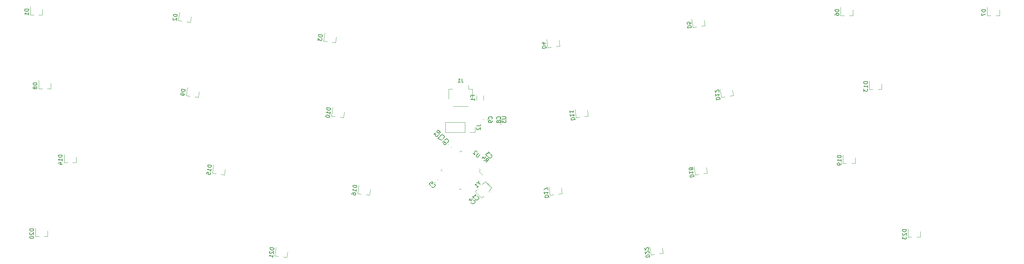
<source format=gbr>
%TF.GenerationSoftware,KiCad,Pcbnew,(5.1.8)-1*%
%TF.CreationDate,2021-05-05T18:46:58+02:00*%
%TF.ProjectId,Annelise,416e6e65-6c69-4736-952e-6b696361645f,rev?*%
%TF.SameCoordinates,Original*%
%TF.FileFunction,Legend,Bot*%
%TF.FilePolarity,Positive*%
%FSLAX46Y46*%
G04 Gerber Fmt 4.6, Leading zero omitted, Abs format (unit mm)*
G04 Created by KiCad (PCBNEW (5.1.8)-1) date 2021-05-05 18:46:58*
%MOMM*%
%LPD*%
G01*
G04 APERTURE LIST*
%ADD10C,0.120000*%
%ADD11C,0.150000*%
G04 APERTURE END LIST*
D10*
%TO.C,Y1*%
X170902324Y-130510267D02*
X171185167Y-130793110D01*
X170760903Y-130651688D02*
X171043745Y-130934531D01*
X168215318Y-133197273D02*
X168498161Y-133480115D01*
X169488110Y-129096053D02*
X170902324Y-130510267D01*
X170336639Y-131641638D02*
X170619481Y-131924480D01*
X170336639Y-131641638D02*
X171043745Y-130934531D01*
X170760903Y-130651688D02*
X169346689Y-129237475D01*
X169346689Y-129237475D02*
X168639582Y-129944581D01*
X167366790Y-131217374D02*
X166801105Y-131783059D01*
X166801105Y-131783059D02*
X168215318Y-133197273D01*
X168498161Y-133480115D02*
X169063846Y-132914430D01*
%TO.C,U3*%
X170292425Y-112273795D02*
X170292425Y-113733795D01*
X173452425Y-112273795D02*
X173452425Y-114433795D01*
X173452425Y-112273795D02*
X172522425Y-112273795D01*
X170292425Y-112273795D02*
X171222425Y-112273795D01*
%TO.C,U2*%
X167809538Y-126501993D02*
X168721706Y-127414161D01*
X168127736Y-126183795D02*
X167809538Y-126501993D01*
X167809538Y-125865597D02*
X168127736Y-126183795D01*
X163022425Y-121078484D02*
X162704227Y-121396682D01*
X163340623Y-121396682D02*
X163022425Y-121078484D01*
X163022425Y-131289106D02*
X163340623Y-130970908D01*
X162704227Y-130970908D02*
X163022425Y-131289106D01*
X157917114Y-126183795D02*
X158235312Y-125865597D01*
X158235312Y-126501993D02*
X157917114Y-126183795D01*
%TO.C,R4*%
X170649122Y-121771565D02*
X170984655Y-122107098D01*
X169910195Y-122510492D02*
X170245728Y-122846025D01*
%TO.C,R3*%
X158584655Y-117885492D02*
X158249122Y-118221025D01*
X157845728Y-117146565D02*
X157510195Y-117482098D01*
%TO.C,J2*%
X166777425Y-116363795D02*
X166777425Y-115033795D01*
X165447425Y-116363795D02*
X166777425Y-116363795D01*
X164177425Y-116363795D02*
X164177425Y-113703795D01*
X164177425Y-113703795D02*
X159037425Y-113703795D01*
X164177425Y-116363795D02*
X159037425Y-116363795D01*
X159037425Y-116363795D02*
X159037425Y-113703795D01*
%TO.C,J1*%
X164962425Y-109568795D02*
X161082425Y-109568795D01*
X159912425Y-105098795D02*
X160962425Y-105098795D01*
X159912425Y-107598795D02*
X159912425Y-105098795D01*
X165082425Y-105098795D02*
X165082425Y-104108795D01*
X166132425Y-105098795D02*
X165082425Y-105098795D01*
X166132425Y-107598795D02*
X166132425Y-105098795D01*
%TO.C,F1*%
X168982425Y-106781731D02*
X168982425Y-107985859D01*
X167162425Y-106781731D02*
X167162425Y-107985859D01*
%TO.C,D23*%
X282495227Y-143640312D02*
X282495227Y-142180312D01*
X279335227Y-143640312D02*
X279335227Y-141480312D01*
X279335227Y-143640312D02*
X280265227Y-143640312D01*
X282495227Y-143640312D02*
X281565227Y-143640312D01*
%TO.C,D22*%
X215630382Y-147820376D02*
X215427189Y-146374585D01*
X212501135Y-148260163D02*
X212200521Y-146121184D01*
X212501135Y-148260163D02*
X213422084Y-148130732D01*
X215630382Y-147820376D02*
X214709433Y-147949807D01*
%TO.C,D21*%
X117870070Y-148939182D02*
X118073263Y-147493391D01*
X114740823Y-148499395D02*
X115041437Y-146360416D01*
X114740823Y-148499395D02*
X115661772Y-148628826D01*
X117870070Y-148939182D02*
X116949121Y-148809751D01*
%TO.C,D20*%
X55707228Y-143488505D02*
X55707228Y-142028505D01*
X52547228Y-143488505D02*
X52547228Y-141328505D01*
X52547228Y-143488505D02*
X53477228Y-143488505D01*
X55707228Y-143488505D02*
X54777228Y-143488505D01*
%TO.C,D19*%
X265542727Y-124400763D02*
X265542727Y-122940763D01*
X262382727Y-124400763D02*
X262382727Y-122240763D01*
X262382727Y-124400763D02*
X263312727Y-124400763D01*
X265542727Y-124400763D02*
X264612727Y-124400763D01*
%TO.C,D18*%
X227127590Y-126967333D02*
X226924397Y-125521542D01*
X223998343Y-127407120D02*
X223697729Y-125268141D01*
X223998343Y-127407120D02*
X224919292Y-127277689D01*
X227127590Y-126967333D02*
X226206641Y-127096764D01*
%TO.C,D17*%
X189398376Y-132269828D02*
X189195183Y-130824037D01*
X186269129Y-132709615D02*
X185968515Y-130570636D01*
X186269129Y-132709615D02*
X187190078Y-132580184D01*
X189398376Y-132269828D02*
X188477427Y-132399259D01*
%TO.C,D16*%
X139385923Y-132725823D02*
X139589116Y-131280032D01*
X136256676Y-132286036D02*
X136557290Y-130147057D01*
X136256676Y-132286036D02*
X137177625Y-132415467D01*
X139385923Y-132725823D02*
X138464974Y-132596392D01*
%TO.C,D15*%
X101656711Y-127423328D02*
X101859904Y-125977537D01*
X98527464Y-126983541D02*
X98828078Y-124844562D01*
X98527464Y-126983541D02*
X99448413Y-127112972D01*
X101656711Y-127423328D02*
X100735762Y-127293897D01*
%TO.C,D14*%
X63136728Y-124248952D02*
X63136728Y-122788952D01*
X59976728Y-124248952D02*
X59976728Y-122088952D01*
X59976728Y-124248952D02*
X60906728Y-124248952D01*
X63136728Y-124248952D02*
X62206728Y-124248952D01*
%TO.C,D13*%
X272400226Y-105159964D02*
X272400226Y-103699964D01*
X269240226Y-105159964D02*
X269240226Y-102999964D01*
X269240226Y-105159964D02*
X270170226Y-105159964D01*
X272400226Y-105159964D02*
X271470226Y-105159964D01*
%TO.C,D12*%
X233908646Y-106777103D02*
X233705453Y-105331312D01*
X230779399Y-107216890D02*
X230478785Y-105077911D01*
X230779399Y-107216890D02*
X231700348Y-107087459D01*
X233908646Y-106777103D02*
X232987697Y-106906534D01*
%TO.C,D11*%
X196179432Y-112079598D02*
X195976239Y-110633807D01*
X193050185Y-112519385D02*
X192749571Y-110380406D01*
X193050185Y-112519385D02*
X193971134Y-112389954D01*
X196179432Y-112079598D02*
X195258483Y-112209029D01*
%TO.C,D10*%
X132604869Y-112535593D02*
X132808062Y-111089802D01*
X129475622Y-112095806D02*
X129776236Y-109956827D01*
X129475622Y-112095806D02*
X130396571Y-112225237D01*
X132604869Y-112535593D02*
X131683920Y-112406162D01*
%TO.C,D9*%
X94875655Y-107233097D02*
X95078848Y-105787306D01*
X91746408Y-106793310D02*
X92047022Y-104654331D01*
X91746408Y-106793310D02*
X92667357Y-106922741D01*
X94875655Y-107233097D02*
X93954706Y-107103666D01*
%TO.C,D8*%
X56564229Y-105008155D02*
X56564229Y-103548155D01*
X53404229Y-105008155D02*
X53404229Y-102848155D01*
X53404229Y-105008155D02*
X54334229Y-105008155D01*
X56564229Y-105008155D02*
X55634229Y-105008155D01*
%TO.C,D7*%
X303071977Y-85919065D02*
X303071977Y-84459065D01*
X299911977Y-85919065D02*
X299911977Y-83759065D01*
X299911977Y-85919065D02*
X300841977Y-85919065D01*
X303071977Y-85919065D02*
X302141977Y-85919065D01*
%TO.C,D6*%
X264971977Y-85919065D02*
X264971977Y-84459065D01*
X261811977Y-85919065D02*
X261811977Y-83759065D01*
X261811977Y-85919065D02*
X262741977Y-85919065D01*
X264971977Y-85919065D02*
X264041977Y-85919065D01*
%TO.C,D5*%
X226541247Y-88575308D02*
X226338054Y-87129517D01*
X223412000Y-89015095D02*
X223111386Y-86876116D01*
X223412000Y-89015095D02*
X224332949Y-88885664D01*
X226541247Y-88575308D02*
X225620298Y-88704739D01*
%TO.C,D4*%
X188812033Y-93877804D02*
X188608840Y-92432013D01*
X185682786Y-94317591D02*
X185382172Y-92178612D01*
X185682786Y-94317591D02*
X186603735Y-94188160D01*
X188812033Y-93877804D02*
X187891084Y-94007235D01*
%TO.C,D3*%
X130539965Y-93008174D02*
X130743158Y-91562383D01*
X127410718Y-92568387D02*
X127711332Y-90429408D01*
X127410718Y-92568387D02*
X128331667Y-92697818D01*
X130539965Y-93008174D02*
X129619016Y-92878743D01*
%TO.C,D2*%
X92810751Y-87705679D02*
X93013944Y-86259888D01*
X89681504Y-87265892D02*
X89982118Y-85126913D01*
X89681504Y-87265892D02*
X90602453Y-87395323D01*
X92810751Y-87705679D02*
X91889802Y-87576248D01*
%TO.C,D1*%
X54373978Y-85767955D02*
X54373978Y-84307955D01*
X51213978Y-85767955D02*
X51213978Y-83607955D01*
X51213978Y-85767955D02*
X52143978Y-85767955D01*
X54373978Y-85767955D02*
X53443978Y-85767955D01*
%TO.C,C9*%
X168862425Y-113174375D02*
X168862425Y-112893215D01*
X169882425Y-113174375D02*
X169882425Y-112893215D01*
%TO.C,C8*%
X174882425Y-112893215D02*
X174882425Y-113174375D01*
X173862425Y-112893215D02*
X173862425Y-113174375D01*
%TO.C,C7*%
X159582455Y-119020014D02*
X159383644Y-119218825D01*
X158861206Y-118298765D02*
X158662395Y-118497576D01*
%TO.C,C6*%
X160657455Y-120095014D02*
X160458644Y-120293825D01*
X159936206Y-119373765D02*
X159737395Y-119572576D01*
%TO.C,C5*%
X156933644Y-128548765D02*
X157132455Y-128747576D01*
X156212395Y-129270014D02*
X156411206Y-129468825D01*
%TO.C,C4*%
X167308644Y-132773765D02*
X167507455Y-132972576D01*
X166587395Y-133495014D02*
X166786206Y-133693825D01*
%TO.C,C3*%
X169111206Y-123843825D02*
X168912395Y-123645014D01*
X169832455Y-123122576D02*
X169633644Y-122923765D01*
%TO.C,C1*%
X165711206Y-134768825D02*
X165512395Y-134570014D01*
X166432455Y-134047576D02*
X166233644Y-133848765D01*
%TO.C,Y1*%
D11*
X167828092Y-129591027D02*
X168164810Y-129927745D01*
X167693405Y-128984936D02*
X167828092Y-129591027D01*
X167222001Y-129456340D01*
X167323016Y-130769538D02*
X167727077Y-130365477D01*
X167525046Y-130567508D02*
X166817940Y-129860401D01*
X166986298Y-129894073D01*
X167120985Y-129894073D01*
X167222001Y-129860401D01*
%TO.C,U3*%
X173824805Y-112271890D02*
X174634329Y-112271890D01*
X174729567Y-112319509D01*
X174777186Y-112367128D01*
X174824805Y-112462366D01*
X174824805Y-112652842D01*
X174777186Y-112748080D01*
X174729567Y-112795699D01*
X174634329Y-112843318D01*
X173824805Y-112843318D01*
X173824805Y-113224271D02*
X173824805Y-113843318D01*
X174205758Y-113509985D01*
X174205758Y-113652842D01*
X174253377Y-113748080D01*
X174300996Y-113795699D01*
X174396234Y-113843318D01*
X174634329Y-113843318D01*
X174729567Y-113795699D01*
X174777186Y-113748080D01*
X174824805Y-113652842D01*
X174824805Y-113367128D01*
X174777186Y-113271890D01*
X174729567Y-113224271D01*
%TO.C,U2*%
X168084973Y-122198742D02*
X167512553Y-122771162D01*
X167411538Y-122804834D01*
X167344194Y-122804834D01*
X167243179Y-122771162D01*
X167108492Y-122636475D01*
X167074820Y-122535460D01*
X167074820Y-122468116D01*
X167108492Y-122367101D01*
X167680912Y-121794681D01*
X167310522Y-121558979D02*
X167310522Y-121491636D01*
X167276851Y-121390620D01*
X167108492Y-121222262D01*
X167007477Y-121188590D01*
X166940133Y-121188590D01*
X166839118Y-121222262D01*
X166771774Y-121289605D01*
X166704431Y-121424292D01*
X166704431Y-122232414D01*
X166266698Y-121794681D01*
%TO.C,R4*%
X169234231Y-123757690D02*
X169806651Y-123656675D01*
X169638292Y-124161751D02*
X170345399Y-123454645D01*
X170076025Y-123185270D01*
X169975010Y-123151599D01*
X169907666Y-123151599D01*
X169806651Y-123185270D01*
X169705636Y-123286286D01*
X169671964Y-123387301D01*
X169671964Y-123454645D01*
X169705636Y-123555660D01*
X169975010Y-123825034D01*
X169099544Y-122680194D02*
X168628139Y-123151599D01*
X169537277Y-122579179D02*
X169200559Y-123252614D01*
X168762826Y-122814881D01*
%TO.C,R3*%
X157473994Y-116874662D02*
X157372979Y-116302242D01*
X157878055Y-116470601D02*
X157170949Y-115763494D01*
X156901574Y-116032868D01*
X156867903Y-116133883D01*
X156867903Y-116201227D01*
X156901574Y-116302242D01*
X157002590Y-116403257D01*
X157103605Y-116436929D01*
X157170949Y-116436929D01*
X157271964Y-116403257D01*
X157541338Y-116133883D01*
X156531185Y-116403257D02*
X156093452Y-116840990D01*
X156598529Y-116874662D01*
X156497513Y-116975677D01*
X156463842Y-117076693D01*
X156463842Y-117144036D01*
X156497513Y-117245051D01*
X156665872Y-117413410D01*
X156766887Y-117447082D01*
X156834231Y-117447082D01*
X156935246Y-117413410D01*
X157137277Y-117211380D01*
X157170949Y-117110364D01*
X157170949Y-117043021D01*
%TO.C,J2*%
X167229805Y-114700461D02*
X167944091Y-114700461D01*
X168086948Y-114652842D01*
X168182186Y-114557604D01*
X168229805Y-114414747D01*
X168229805Y-114319509D01*
X167325044Y-115129033D02*
X167277425Y-115176652D01*
X167229805Y-115271890D01*
X167229805Y-115509985D01*
X167277425Y-115605223D01*
X167325044Y-115652842D01*
X167420282Y-115700461D01*
X167515520Y-115700461D01*
X167658377Y-115652842D01*
X168229805Y-115081414D01*
X168229805Y-115700461D01*
%TO.C,J1*%
X163355758Y-102356175D02*
X163355758Y-103070461D01*
X163403377Y-103213318D01*
X163498615Y-103308556D01*
X163641472Y-103356175D01*
X163736710Y-103356175D01*
X162355758Y-103356175D02*
X162927186Y-103356175D01*
X162641472Y-103356175D02*
X162641472Y-102356175D01*
X162736710Y-102499033D01*
X162831948Y-102594271D01*
X162927186Y-102641890D01*
%TO.C,F1*%
X166180996Y-107050461D02*
X166180996Y-106717128D01*
X166704805Y-106717128D02*
X165704805Y-106717128D01*
X165704805Y-107193318D01*
X166704805Y-108098080D02*
X166704805Y-107526652D01*
X166704805Y-107812366D02*
X165704805Y-107812366D01*
X165847663Y-107717128D01*
X165942901Y-107621890D01*
X165990520Y-107526652D01*
%TO.C,D23*%
X278867607Y-141666026D02*
X277867607Y-141666026D01*
X277867607Y-141904121D01*
X277915227Y-142046978D01*
X278010465Y-142142216D01*
X278105703Y-142189835D01*
X278296179Y-142237454D01*
X278439036Y-142237454D01*
X278629512Y-142189835D01*
X278724750Y-142142216D01*
X278819988Y-142046978D01*
X278867607Y-141904121D01*
X278867607Y-141666026D01*
X277962846Y-142618407D02*
X277915227Y-142666026D01*
X277867607Y-142761264D01*
X277867607Y-142999359D01*
X277915227Y-143094597D01*
X277962846Y-143142216D01*
X278058084Y-143189835D01*
X278153322Y-143189835D01*
X278296179Y-143142216D01*
X278867607Y-142570788D01*
X278867607Y-143189835D01*
X277867607Y-143523169D02*
X277867607Y-144142216D01*
X278248560Y-143808883D01*
X278248560Y-143951740D01*
X278296179Y-144046978D01*
X278343798Y-144094597D01*
X278439036Y-144142216D01*
X278677131Y-144142216D01*
X278772369Y-144094597D01*
X278819988Y-144046978D01*
X278867607Y-143951740D01*
X278867607Y-143666026D01*
X278819988Y-143570788D01*
X278772369Y-143523169D01*
%TO.C,D22*%
X211205334Y-148901026D02*
X212195602Y-148761853D01*
X212162466Y-148526075D01*
X212095428Y-148391235D01*
X211987862Y-148310179D01*
X211886924Y-148276278D01*
X211691674Y-148255631D01*
X211550207Y-148275513D01*
X211368212Y-148349178D01*
X211280528Y-148409588D01*
X211199471Y-148517154D01*
X211172198Y-148665248D01*
X211205334Y-148901026D01*
X211968745Y-147831995D02*
X212009273Y-147778212D01*
X212043174Y-147677274D01*
X212010038Y-147441496D01*
X211949628Y-147353812D01*
X211895845Y-147313283D01*
X211794906Y-147279382D01*
X211700595Y-147292637D01*
X211565755Y-147359674D01*
X211079415Y-148005069D01*
X210993261Y-147392046D01*
X211836199Y-146888883D02*
X211876728Y-146835100D01*
X211910629Y-146734161D01*
X211877492Y-146498383D01*
X211817082Y-146410699D01*
X211763299Y-146370171D01*
X211662360Y-146336270D01*
X211568049Y-146349524D01*
X211433210Y-146416562D01*
X210946870Y-147061957D01*
X210860715Y-146448934D01*
%TO.C,D21*%
X114552522Y-146479242D02*
X113562254Y-146340069D01*
X113529117Y-146575847D01*
X113556391Y-146723942D01*
X113637448Y-146831507D01*
X113725132Y-146891918D01*
X113907127Y-146965582D01*
X114048594Y-146985464D01*
X114243844Y-146964818D01*
X114344782Y-146930917D01*
X114452348Y-146849860D01*
X114519385Y-146715021D01*
X114552522Y-146479242D01*
X113524019Y-147296436D02*
X113470236Y-147336965D01*
X113409826Y-147424649D01*
X113376690Y-147660427D01*
X113410591Y-147761365D01*
X113451119Y-147815148D01*
X113538803Y-147875558D01*
X113633114Y-147888813D01*
X113781208Y-147861539D01*
X114426603Y-147375199D01*
X114340449Y-147988222D01*
X114207903Y-148931335D02*
X114287430Y-148365467D01*
X114247666Y-148648401D02*
X113257398Y-148509228D01*
X113412120Y-148434799D01*
X113519686Y-148353742D01*
X113580096Y-148266058D01*
%TO.C,D20*%
X52079608Y-141514219D02*
X51079608Y-141514219D01*
X51079608Y-141752314D01*
X51127228Y-141895171D01*
X51222466Y-141990409D01*
X51317704Y-142038028D01*
X51508180Y-142085647D01*
X51651037Y-142085647D01*
X51841513Y-142038028D01*
X51936751Y-141990409D01*
X52031989Y-141895171D01*
X52079608Y-141752314D01*
X52079608Y-141514219D01*
X51174847Y-142466600D02*
X51127228Y-142514219D01*
X51079608Y-142609457D01*
X51079608Y-142847552D01*
X51127228Y-142942790D01*
X51174847Y-142990409D01*
X51270085Y-143038028D01*
X51365323Y-143038028D01*
X51508180Y-142990409D01*
X52079608Y-142418981D01*
X52079608Y-143038028D01*
X51079608Y-143657076D02*
X51079608Y-143752314D01*
X51127228Y-143847552D01*
X51174847Y-143895171D01*
X51270085Y-143942790D01*
X51460561Y-143990409D01*
X51698656Y-143990409D01*
X51889132Y-143942790D01*
X51984370Y-143895171D01*
X52031989Y-143847552D01*
X52079608Y-143752314D01*
X52079608Y-143657076D01*
X52031989Y-143561838D01*
X51984370Y-143514219D01*
X51889132Y-143466600D01*
X51698656Y-143418981D01*
X51460561Y-143418981D01*
X51270085Y-143466600D01*
X51174847Y-143514219D01*
X51127228Y-143561838D01*
X51079608Y-143657076D01*
%TO.C,D19*%
X261915107Y-122426477D02*
X260915107Y-122426477D01*
X260915107Y-122664572D01*
X260962727Y-122807429D01*
X261057965Y-122902667D01*
X261153203Y-122950286D01*
X261343679Y-122997905D01*
X261486536Y-122997905D01*
X261677012Y-122950286D01*
X261772250Y-122902667D01*
X261867488Y-122807429D01*
X261915107Y-122664572D01*
X261915107Y-122426477D01*
X261915107Y-123950286D02*
X261915107Y-123378858D01*
X261915107Y-123664572D02*
X260915107Y-123664572D01*
X261057965Y-123569334D01*
X261153203Y-123474096D01*
X261200822Y-123378858D01*
X261915107Y-124426477D02*
X261915107Y-124616953D01*
X261867488Y-124712191D01*
X261819869Y-124759810D01*
X261677012Y-124855048D01*
X261486536Y-124902667D01*
X261105584Y-124902667D01*
X261010346Y-124855048D01*
X260962727Y-124807429D01*
X260915107Y-124712191D01*
X260915107Y-124521715D01*
X260962727Y-124426477D01*
X261010346Y-124378858D01*
X261105584Y-124331239D01*
X261343679Y-124331239D01*
X261438917Y-124378858D01*
X261486536Y-124426477D01*
X261534155Y-124521715D01*
X261534155Y-124712191D01*
X261486536Y-124807429D01*
X261438917Y-124855048D01*
X261343679Y-124902667D01*
%TO.C,D18*%
X222702542Y-128047983D02*
X223692810Y-127908810D01*
X223659674Y-127673032D01*
X223592636Y-127538192D01*
X223485070Y-127457136D01*
X223384132Y-127423235D01*
X223188882Y-127402588D01*
X223047415Y-127422470D01*
X222865420Y-127496135D01*
X222777736Y-127556545D01*
X222696679Y-127664111D01*
X222669406Y-127812205D01*
X222702542Y-128047983D01*
X222490469Y-126539003D02*
X222569996Y-127104871D01*
X222530232Y-126821937D02*
X223520501Y-126682764D01*
X223392288Y-126796957D01*
X223311232Y-126904523D01*
X223277331Y-127005461D01*
X222976809Y-125893608D02*
X223037219Y-125981292D01*
X223091002Y-126021821D01*
X223191940Y-126055722D01*
X223239096Y-126049094D01*
X223326780Y-125988684D01*
X223367308Y-125934901D01*
X223401209Y-125833963D01*
X223374700Y-125645340D01*
X223314290Y-125557656D01*
X223260507Y-125517128D01*
X223159568Y-125483227D01*
X223112413Y-125489854D01*
X223024729Y-125550264D01*
X222984201Y-125604047D01*
X222950300Y-125704986D01*
X222976809Y-125893608D01*
X222942908Y-125994547D01*
X222902379Y-126048330D01*
X222814695Y-126108740D01*
X222626073Y-126135249D01*
X222525134Y-126101348D01*
X222471351Y-126060820D01*
X222410941Y-125973136D01*
X222384432Y-125784513D01*
X222418333Y-125683575D01*
X222458861Y-125629792D01*
X222546545Y-125569382D01*
X222735168Y-125542872D01*
X222836106Y-125576773D01*
X222889889Y-125617302D01*
X222950300Y-125704986D01*
%TO.C,D17*%
X184973328Y-133350478D02*
X185963596Y-133211305D01*
X185930460Y-132975527D01*
X185863422Y-132840687D01*
X185755856Y-132759631D01*
X185654918Y-132725730D01*
X185459668Y-132705083D01*
X185318201Y-132724965D01*
X185136206Y-132798630D01*
X185048522Y-132859040D01*
X184967465Y-132966606D01*
X184940192Y-133114700D01*
X184973328Y-133350478D01*
X184761255Y-131841498D02*
X184840782Y-132407366D01*
X184801018Y-132124432D02*
X185791287Y-131985259D01*
X185663074Y-132099452D01*
X185582018Y-132207018D01*
X185548117Y-132307956D01*
X185705132Y-131372236D02*
X185612350Y-130712057D01*
X184681727Y-131275631D01*
%TO.C,D16*%
X136068375Y-130265883D02*
X135078107Y-130126710D01*
X135044970Y-130362488D01*
X135072244Y-130510583D01*
X135153301Y-130618148D01*
X135240985Y-130678559D01*
X135422980Y-130752223D01*
X135564447Y-130772105D01*
X135759697Y-130751459D01*
X135860635Y-130717558D01*
X135968201Y-130636501D01*
X136035238Y-130501662D01*
X136068375Y-130265883D01*
X135856302Y-131774863D02*
X135935829Y-131208996D01*
X135896065Y-131491930D02*
X134905797Y-131352756D01*
X135060519Y-131278327D01*
X135168084Y-131197270D01*
X135228495Y-131109586D01*
X134746742Y-132484491D02*
X134773251Y-132295869D01*
X134833662Y-132208185D01*
X134887445Y-132167657D01*
X135042166Y-132093227D01*
X135237416Y-132072581D01*
X135614661Y-132125599D01*
X135702345Y-132186009D01*
X135742873Y-132239792D01*
X135776774Y-132340731D01*
X135750265Y-132529353D01*
X135689855Y-132617037D01*
X135636072Y-132657566D01*
X135535133Y-132691467D01*
X135299355Y-132658330D01*
X135211671Y-132597920D01*
X135171143Y-132544137D01*
X135137242Y-132443198D01*
X135163751Y-132254576D01*
X135224161Y-132166892D01*
X135277944Y-132126364D01*
X135378883Y-132092463D01*
%TO.C,D15*%
X98339163Y-124963388D02*
X97348895Y-124824215D01*
X97315758Y-125059993D01*
X97343032Y-125208088D01*
X97424089Y-125315653D01*
X97511773Y-125376064D01*
X97693768Y-125449728D01*
X97835235Y-125469610D01*
X98030485Y-125448964D01*
X98131423Y-125415063D01*
X98238989Y-125334006D01*
X98306026Y-125199167D01*
X98339163Y-124963388D01*
X98127090Y-126472368D02*
X98206617Y-125906501D01*
X98166853Y-126189435D02*
X97176585Y-126050261D01*
X97331307Y-125975832D01*
X97438872Y-125894775D01*
X97499283Y-125807091D01*
X97010903Y-127229152D02*
X97077176Y-126757596D01*
X97555359Y-126776713D01*
X97501576Y-126817241D01*
X97441166Y-126904925D01*
X97408030Y-127140703D01*
X97441931Y-127241642D01*
X97482459Y-127295425D01*
X97570143Y-127355835D01*
X97805921Y-127388972D01*
X97906860Y-127355071D01*
X97960643Y-127314542D01*
X98021053Y-127226858D01*
X98054189Y-126991080D01*
X98020288Y-126890142D01*
X97979760Y-126836359D01*
%TO.C,D14*%
X59509108Y-122274666D02*
X58509108Y-122274666D01*
X58509108Y-122512761D01*
X58556728Y-122655618D01*
X58651966Y-122750856D01*
X58747204Y-122798475D01*
X58937680Y-122846094D01*
X59080537Y-122846094D01*
X59271013Y-122798475D01*
X59366251Y-122750856D01*
X59461489Y-122655618D01*
X59509108Y-122512761D01*
X59509108Y-122274666D01*
X59509108Y-123798475D02*
X59509108Y-123227047D01*
X59509108Y-123512761D02*
X58509108Y-123512761D01*
X58651966Y-123417523D01*
X58747204Y-123322285D01*
X58794823Y-123227047D01*
X58842442Y-124655618D02*
X59509108Y-124655618D01*
X58461489Y-124417523D02*
X59175775Y-124179428D01*
X59175775Y-124798475D01*
%TO.C,D13*%
X268772606Y-103185678D02*
X267772606Y-103185678D01*
X267772606Y-103423773D01*
X267820226Y-103566630D01*
X267915464Y-103661868D01*
X268010702Y-103709487D01*
X268201178Y-103757106D01*
X268344035Y-103757106D01*
X268534511Y-103709487D01*
X268629749Y-103661868D01*
X268724987Y-103566630D01*
X268772606Y-103423773D01*
X268772606Y-103185678D01*
X268772606Y-104709487D02*
X268772606Y-104138059D01*
X268772606Y-104423773D02*
X267772606Y-104423773D01*
X267915464Y-104328535D01*
X268010702Y-104233297D01*
X268058321Y-104138059D01*
X267772606Y-105042821D02*
X267772606Y-105661868D01*
X268153559Y-105328535D01*
X268153559Y-105471392D01*
X268201178Y-105566630D01*
X268248797Y-105614249D01*
X268344035Y-105661868D01*
X268582130Y-105661868D01*
X268677368Y-105614249D01*
X268724987Y-105566630D01*
X268772606Y-105471392D01*
X268772606Y-105185678D01*
X268724987Y-105090440D01*
X268677368Y-105042821D01*
%TO.C,D12*%
X229483598Y-107857753D02*
X230473866Y-107718580D01*
X230440730Y-107482802D01*
X230373692Y-107347962D01*
X230266126Y-107266906D01*
X230165188Y-107233005D01*
X229969938Y-107212358D01*
X229828471Y-107232240D01*
X229646476Y-107305905D01*
X229558792Y-107366315D01*
X229477735Y-107473881D01*
X229450462Y-107621975D01*
X229483598Y-107857753D01*
X229271525Y-106348773D02*
X229351052Y-106914641D01*
X229311288Y-106631707D02*
X230301557Y-106492534D01*
X230173344Y-106606727D01*
X230092288Y-106714293D01*
X230058387Y-106815231D01*
X230114463Y-105845610D02*
X230154992Y-105791827D01*
X230188893Y-105690888D01*
X230155756Y-105455110D01*
X230095346Y-105367426D01*
X230041563Y-105326898D01*
X229940624Y-105292997D01*
X229846313Y-105306251D01*
X229711474Y-105373289D01*
X229225134Y-106018684D01*
X229138979Y-105405661D01*
%TO.C,D11*%
X191754384Y-113160248D02*
X192744652Y-113021075D01*
X192711516Y-112785297D01*
X192644478Y-112650457D01*
X192536912Y-112569401D01*
X192435974Y-112535500D01*
X192240724Y-112514853D01*
X192099257Y-112534735D01*
X191917262Y-112608400D01*
X191829578Y-112668810D01*
X191748521Y-112776376D01*
X191721248Y-112924470D01*
X191754384Y-113160248D01*
X191542311Y-111651268D02*
X191621838Y-112217136D01*
X191582074Y-111934202D02*
X192572343Y-111795029D01*
X192444130Y-111909222D01*
X192363074Y-112016788D01*
X192329173Y-112117726D01*
X191409765Y-110708156D02*
X191489292Y-111274023D01*
X191449529Y-110991090D02*
X192439797Y-110851916D01*
X192311584Y-110966110D01*
X192230528Y-111073675D01*
X192196627Y-111174614D01*
%TO.C,D10*%
X129287321Y-110075653D02*
X128297053Y-109936480D01*
X128263916Y-110172258D01*
X128291190Y-110320353D01*
X128372247Y-110427918D01*
X128459931Y-110488329D01*
X128641926Y-110561993D01*
X128783393Y-110581875D01*
X128978643Y-110561229D01*
X129079581Y-110527328D01*
X129187147Y-110446271D01*
X129254184Y-110311432D01*
X129287321Y-110075653D01*
X129075248Y-111584633D02*
X129154775Y-111018766D01*
X129115011Y-111301700D02*
X128124743Y-111162526D01*
X128279465Y-111088097D01*
X128387030Y-111007040D01*
X128447441Y-110919356D01*
X127998825Y-112058483D02*
X127985570Y-112152795D01*
X128019471Y-112253733D01*
X128059999Y-112307516D01*
X128147683Y-112367926D01*
X128329679Y-112441591D01*
X128565457Y-112474727D01*
X128760707Y-112454081D01*
X128861645Y-112420180D01*
X128915428Y-112379652D01*
X128975838Y-112291968D01*
X128989093Y-112197656D01*
X128955192Y-112096718D01*
X128914663Y-112042935D01*
X128826979Y-111982525D01*
X128644984Y-111908860D01*
X128409206Y-111875724D01*
X128213956Y-111896370D01*
X128113018Y-111930271D01*
X128059235Y-111970799D01*
X127998825Y-112058483D01*
%TO.C,D9*%
X91491834Y-105244714D02*
X90501566Y-105105541D01*
X90468429Y-105341319D01*
X90495703Y-105489413D01*
X90576760Y-105596979D01*
X90664444Y-105657389D01*
X90846439Y-105731054D01*
X90987906Y-105750935D01*
X91183156Y-105730289D01*
X91284094Y-105696388D01*
X91391660Y-105615331D01*
X91458697Y-105480492D01*
X91491834Y-105244714D01*
X91346034Y-106282137D02*
X91319524Y-106470760D01*
X91259114Y-106558444D01*
X91205331Y-106598972D01*
X91050610Y-106673401D01*
X90855360Y-106694048D01*
X90478115Y-106641030D01*
X90390431Y-106580619D01*
X90349903Y-106526836D01*
X90316002Y-106425898D01*
X90342511Y-106237275D01*
X90402921Y-106149591D01*
X90456704Y-106109063D01*
X90557643Y-106075162D01*
X90793421Y-106108299D01*
X90881105Y-106168709D01*
X90921633Y-106222492D01*
X90955534Y-106323430D01*
X90929025Y-106512053D01*
X90868615Y-106599737D01*
X90814832Y-106640265D01*
X90713893Y-106674166D01*
%TO.C,D8*%
X52936609Y-103510059D02*
X51936609Y-103510059D01*
X51936609Y-103748155D01*
X51984229Y-103891012D01*
X52079467Y-103986250D01*
X52174705Y-104033869D01*
X52365181Y-104081488D01*
X52508038Y-104081488D01*
X52698514Y-104033869D01*
X52793752Y-103986250D01*
X52888990Y-103891012D01*
X52936609Y-103748155D01*
X52936609Y-103510059D01*
X52365181Y-104652916D02*
X52317562Y-104557678D01*
X52269943Y-104510059D01*
X52174705Y-104462440D01*
X52127086Y-104462440D01*
X52031848Y-104510059D01*
X51984229Y-104557678D01*
X51936609Y-104652916D01*
X51936609Y-104843393D01*
X51984229Y-104938631D01*
X52031848Y-104986250D01*
X52127086Y-105033869D01*
X52174705Y-105033869D01*
X52269943Y-104986250D01*
X52317562Y-104938631D01*
X52365181Y-104843393D01*
X52365181Y-104652916D01*
X52412800Y-104557678D01*
X52460419Y-104510059D01*
X52555657Y-104462440D01*
X52746133Y-104462440D01*
X52841371Y-104510059D01*
X52888990Y-104557678D01*
X52936609Y-104652916D01*
X52936609Y-104843393D01*
X52888990Y-104938631D01*
X52841371Y-104986250D01*
X52746133Y-105033869D01*
X52555657Y-105033869D01*
X52460419Y-104986250D01*
X52412800Y-104938631D01*
X52365181Y-104843393D01*
%TO.C,D7*%
X299444357Y-84420969D02*
X298444357Y-84420969D01*
X298444357Y-84659065D01*
X298491977Y-84801922D01*
X298587215Y-84897160D01*
X298682453Y-84944779D01*
X298872929Y-84992398D01*
X299015786Y-84992398D01*
X299206262Y-84944779D01*
X299301500Y-84897160D01*
X299396738Y-84801922D01*
X299444357Y-84659065D01*
X299444357Y-84420969D01*
X298444357Y-85325731D02*
X298444357Y-85992398D01*
X299444357Y-85563826D01*
%TO.C,D6*%
X261344357Y-84420969D02*
X260344357Y-84420969D01*
X260344357Y-84659065D01*
X260391977Y-84801922D01*
X260487215Y-84897160D01*
X260582453Y-84944779D01*
X260772929Y-84992398D01*
X260915786Y-84992398D01*
X261106262Y-84944779D01*
X261201500Y-84897160D01*
X261296738Y-84801922D01*
X261344357Y-84659065D01*
X261344357Y-84420969D01*
X260344357Y-85849541D02*
X260344357Y-85659065D01*
X260391977Y-85563826D01*
X260439596Y-85516207D01*
X260582453Y-85420969D01*
X260772929Y-85373350D01*
X261153881Y-85373350D01*
X261249119Y-85420969D01*
X261296738Y-85468588D01*
X261344357Y-85563826D01*
X261344357Y-85754303D01*
X261296738Y-85849541D01*
X261249119Y-85897160D01*
X261153881Y-85944779D01*
X260915786Y-85944779D01*
X260820548Y-85897160D01*
X260772929Y-85849541D01*
X260725310Y-85754303D01*
X260725310Y-85563826D01*
X260772929Y-85468588D01*
X260820548Y-85420969D01*
X260915786Y-85373350D01*
%TO.C,D5*%
X222049926Y-89184402D02*
X223040194Y-89045229D01*
X223007058Y-88809451D01*
X222940020Y-88674611D01*
X222832454Y-88593554D01*
X222731516Y-88559653D01*
X222536266Y-88539007D01*
X222394799Y-88558889D01*
X222212804Y-88632554D01*
X222125120Y-88692964D01*
X222044063Y-88800530D01*
X222016790Y-88948624D01*
X222049926Y-89184402D01*
X222834748Y-87583405D02*
X222901021Y-88054961D01*
X222436092Y-88168389D01*
X222476620Y-88114606D01*
X222510521Y-88013668D01*
X222477385Y-87777890D01*
X222416975Y-87690206D01*
X222363192Y-87649677D01*
X222262253Y-87615776D01*
X222026475Y-87648913D01*
X221938791Y-87709323D01*
X221898263Y-87763106D01*
X221864362Y-87864044D01*
X221897498Y-88099823D01*
X221957909Y-88187507D01*
X222011692Y-88228035D01*
%TO.C,D4*%
X184320712Y-94486898D02*
X185310980Y-94347725D01*
X185277844Y-94111947D01*
X185210806Y-93977107D01*
X185103240Y-93896050D01*
X185002302Y-93862149D01*
X184807052Y-93841503D01*
X184665585Y-93861385D01*
X184483590Y-93935050D01*
X184395906Y-93995460D01*
X184314849Y-94103026D01*
X184287576Y-94251120D01*
X184320712Y-94486898D01*
X184782072Y-92979447D02*
X184121893Y-93072229D01*
X185192454Y-93162207D02*
X184518256Y-93497394D01*
X184432101Y-92884371D01*
%TO.C,D3*%
X127156144Y-91019791D02*
X126165876Y-90880618D01*
X126132739Y-91116396D01*
X126160013Y-91264490D01*
X126241070Y-91372056D01*
X126328754Y-91432466D01*
X126510749Y-91506131D01*
X126652216Y-91526012D01*
X126847466Y-91505366D01*
X126948404Y-91471465D01*
X127055970Y-91390408D01*
X127123007Y-91255569D01*
X127156144Y-91019791D01*
X126039957Y-91776574D02*
X125953803Y-92389597D01*
X126377439Y-92112526D01*
X126357557Y-92253993D01*
X126391458Y-92354932D01*
X126431986Y-92408715D01*
X126519670Y-92469125D01*
X126755448Y-92502261D01*
X126856387Y-92468360D01*
X126910170Y-92427832D01*
X126970580Y-92340148D01*
X127010344Y-92057214D01*
X126976442Y-91956276D01*
X126935914Y-91902493D01*
%TO.C,D2*%
X89426930Y-85717296D02*
X88436662Y-85578123D01*
X88403525Y-85813901D01*
X88430799Y-85961995D01*
X88511856Y-86069561D01*
X88599540Y-86129971D01*
X88781535Y-86203636D01*
X88923002Y-86223517D01*
X89118252Y-86202871D01*
X89219190Y-86168970D01*
X89326756Y-86087913D01*
X89393793Y-85953074D01*
X89426930Y-85717296D01*
X88398427Y-86534490D02*
X88344644Y-86575018D01*
X88284234Y-86662702D01*
X88251098Y-86898480D01*
X88284999Y-86999418D01*
X88325527Y-87053201D01*
X88413211Y-87113612D01*
X88507522Y-87126866D01*
X88655616Y-87099592D01*
X89301011Y-86613252D01*
X89214857Y-87226276D01*
%TO.C,D1*%
X50746358Y-84269859D02*
X49746358Y-84269859D01*
X49746358Y-84507955D01*
X49793978Y-84650812D01*
X49889216Y-84746050D01*
X49984454Y-84793669D01*
X50174930Y-84841288D01*
X50317787Y-84841288D01*
X50508263Y-84793669D01*
X50603501Y-84746050D01*
X50698739Y-84650812D01*
X50746358Y-84507955D01*
X50746358Y-84269859D01*
X50746358Y-85793669D02*
X50746358Y-85222240D01*
X50746358Y-85507955D02*
X49746358Y-85507955D01*
X49889216Y-85412716D01*
X49984454Y-85317478D01*
X50032073Y-85222240D01*
%TO.C,C9*%
X171159567Y-112867128D02*
X171207186Y-112819509D01*
X171254805Y-112676652D01*
X171254805Y-112581414D01*
X171207186Y-112438556D01*
X171111948Y-112343318D01*
X171016710Y-112295699D01*
X170826234Y-112248080D01*
X170683377Y-112248080D01*
X170492901Y-112295699D01*
X170397663Y-112343318D01*
X170302425Y-112438556D01*
X170254805Y-112581414D01*
X170254805Y-112676652D01*
X170302425Y-112819509D01*
X170350044Y-112867128D01*
X171254805Y-113343318D02*
X171254805Y-113533795D01*
X171207186Y-113629033D01*
X171159567Y-113676652D01*
X171016710Y-113771890D01*
X170826234Y-113819509D01*
X170445282Y-113819509D01*
X170350044Y-113771890D01*
X170302425Y-113724271D01*
X170254805Y-113629033D01*
X170254805Y-113438556D01*
X170302425Y-113343318D01*
X170350044Y-113295699D01*
X170445282Y-113248080D01*
X170683377Y-113248080D01*
X170778615Y-113295699D01*
X170826234Y-113343318D01*
X170873853Y-113438556D01*
X170873853Y-113629033D01*
X170826234Y-113724271D01*
X170778615Y-113771890D01*
X170683377Y-113819509D01*
%TO.C,C8*%
X173299567Y-112867128D02*
X173347186Y-112819509D01*
X173394805Y-112676652D01*
X173394805Y-112581414D01*
X173347186Y-112438556D01*
X173251948Y-112343318D01*
X173156710Y-112295699D01*
X172966234Y-112248080D01*
X172823377Y-112248080D01*
X172632901Y-112295699D01*
X172537663Y-112343318D01*
X172442425Y-112438556D01*
X172394805Y-112581414D01*
X172394805Y-112676652D01*
X172442425Y-112819509D01*
X172490044Y-112867128D01*
X172823377Y-113438556D02*
X172775758Y-113343318D01*
X172728139Y-113295699D01*
X172632901Y-113248080D01*
X172585282Y-113248080D01*
X172490044Y-113295699D01*
X172442425Y-113343318D01*
X172394805Y-113438556D01*
X172394805Y-113629033D01*
X172442425Y-113724271D01*
X172490044Y-113771890D01*
X172585282Y-113819509D01*
X172632901Y-113819509D01*
X172728139Y-113771890D01*
X172775758Y-113724271D01*
X172823377Y-113629033D01*
X172823377Y-113438556D01*
X172870996Y-113343318D01*
X172918615Y-113295699D01*
X173013853Y-113248080D01*
X173204329Y-113248080D01*
X173299567Y-113295699D01*
X173347186Y-113343318D01*
X173394805Y-113438556D01*
X173394805Y-113629033D01*
X173347186Y-113724271D01*
X173299567Y-113771890D01*
X173204329Y-113819509D01*
X173013853Y-113819509D01*
X172918615Y-113771890D01*
X172870996Y-113724271D01*
X172823377Y-113629033D01*
%TO.C,C7*%
X158481651Y-117882319D02*
X158548994Y-117882319D01*
X158683681Y-117814975D01*
X158751025Y-117747632D01*
X158818368Y-117612944D01*
X158818368Y-117478257D01*
X158784697Y-117377242D01*
X158683681Y-117208883D01*
X158582666Y-117107868D01*
X158414307Y-117006853D01*
X158313292Y-116973181D01*
X158178605Y-116973181D01*
X158043918Y-117040525D01*
X157976574Y-117107868D01*
X157909231Y-117242555D01*
X157909231Y-117309899D01*
X157606185Y-117478257D02*
X157134781Y-117949662D01*
X158144933Y-118353723D01*
%TO.C,C6*%
X159556651Y-118957319D02*
X159623994Y-118957319D01*
X159758681Y-118889975D01*
X159826025Y-118822632D01*
X159893368Y-118687944D01*
X159893368Y-118553257D01*
X159859697Y-118452242D01*
X159758681Y-118283883D01*
X159657666Y-118182868D01*
X159489307Y-118081853D01*
X159388292Y-118048181D01*
X159253605Y-118048181D01*
X159118918Y-118115525D01*
X159051574Y-118182868D01*
X158984231Y-118317555D01*
X158984231Y-118384899D01*
X158310796Y-118923647D02*
X158445483Y-118788960D01*
X158546498Y-118755288D01*
X158613842Y-118755288D01*
X158782200Y-118788960D01*
X158950559Y-118889975D01*
X159219933Y-119159349D01*
X159253605Y-119260364D01*
X159253605Y-119327708D01*
X159219933Y-119428723D01*
X159085246Y-119563410D01*
X158984231Y-119597082D01*
X158916887Y-119597082D01*
X158815872Y-119563410D01*
X158647513Y-119395051D01*
X158613842Y-119294036D01*
X158613842Y-119226693D01*
X158647513Y-119125677D01*
X158782200Y-118990990D01*
X158883216Y-118957319D01*
X158950559Y-118957319D01*
X159051574Y-118990990D01*
%TO.C,C5*%
X155526574Y-130390347D02*
X155526574Y-130457690D01*
X155593918Y-130592377D01*
X155661262Y-130659721D01*
X155795949Y-130727064D01*
X155930636Y-130727064D01*
X156031651Y-130693393D01*
X156200010Y-130592377D01*
X156301025Y-130491362D01*
X156402040Y-130323003D01*
X156435712Y-130221988D01*
X156435712Y-130087301D01*
X156368368Y-129952614D01*
X156301025Y-129885270D01*
X156166338Y-129817927D01*
X156098994Y-129817927D01*
X155526574Y-129110820D02*
X155863292Y-129447538D01*
X155560246Y-129817927D01*
X155560246Y-129750583D01*
X155526574Y-129649568D01*
X155358216Y-129481209D01*
X155257200Y-129447538D01*
X155189857Y-129447538D01*
X155088842Y-129481209D01*
X154920483Y-129649568D01*
X154886811Y-129750583D01*
X154886811Y-129817927D01*
X154920483Y-129918942D01*
X155088842Y-130087301D01*
X155189857Y-130120973D01*
X155257200Y-130120973D01*
%TO.C,C4*%
X165901574Y-134615347D02*
X165901574Y-134682690D01*
X165968918Y-134817377D01*
X166036262Y-134884721D01*
X166170949Y-134952064D01*
X166305636Y-134952064D01*
X166406651Y-134918393D01*
X166575010Y-134817377D01*
X166676025Y-134716362D01*
X166777040Y-134548003D01*
X166810712Y-134446988D01*
X166810712Y-134312301D01*
X166743368Y-134177614D01*
X166676025Y-134110270D01*
X166541338Y-134042927D01*
X166473994Y-134042927D01*
X165699544Y-133605194D02*
X165228139Y-134076599D01*
X166137277Y-133504179D02*
X165800559Y-134177614D01*
X165362826Y-133739881D01*
%TO.C,C3*%
X170248900Y-122743021D02*
X170248900Y-122810364D01*
X170316244Y-122945051D01*
X170383588Y-123012395D01*
X170518275Y-123079738D01*
X170652962Y-123079738D01*
X170753977Y-123046067D01*
X170922336Y-122945051D01*
X171023351Y-122844036D01*
X171124366Y-122675677D01*
X171158038Y-122574662D01*
X171158038Y-122439975D01*
X171090694Y-122305288D01*
X171023351Y-122237944D01*
X170888664Y-122170601D01*
X170821320Y-122170601D01*
X170652962Y-121867555D02*
X170215229Y-121429822D01*
X170181557Y-121934899D01*
X170080542Y-121833883D01*
X169979526Y-121800212D01*
X169912183Y-121800212D01*
X169811168Y-121833883D01*
X169642809Y-122002242D01*
X169609137Y-122103257D01*
X169609137Y-122170601D01*
X169642809Y-122271616D01*
X169844839Y-122473647D01*
X169945855Y-122507319D01*
X170013198Y-122507319D01*
%TO.C,C1*%
X166848900Y-133668021D02*
X166848900Y-133735364D01*
X166916244Y-133870051D01*
X166983588Y-133937395D01*
X167118275Y-134004738D01*
X167252962Y-134004738D01*
X167353977Y-133971067D01*
X167522336Y-133870051D01*
X167623351Y-133769036D01*
X167724366Y-133600677D01*
X167758038Y-133499662D01*
X167758038Y-133364975D01*
X167690694Y-133230288D01*
X167623351Y-133162944D01*
X167488664Y-133095601D01*
X167421320Y-133095601D01*
X166108122Y-133061929D02*
X166512183Y-133465990D01*
X166310152Y-133263960D02*
X167017259Y-132556853D01*
X166983588Y-132725212D01*
X166983588Y-132859899D01*
X167017259Y-132960914D01*
%TD*%
M02*

</source>
